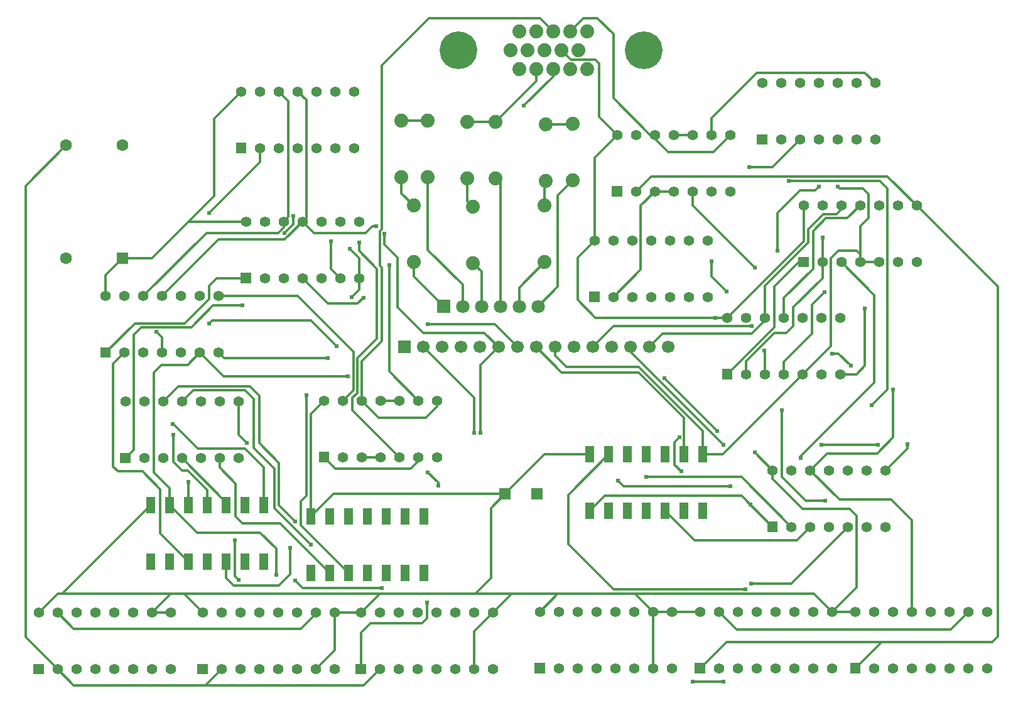
<source format=gtl>
G04 Layer: TopLayer*
G04 EasyEDA v6.4.25, 2021-12-08T18:14:58--6:00*
G04 69e83bd8f40a47abaefc3c1f755e5dbc,06444aca9169495d970130cf6b44ba93,10*
G04 Gerber Generator version 0.2*
G04 Scale: 100 percent, Rotated: No, Reflected: No *
G04 Dimensions in inches *
G04 leading zeros omitted , absolute positions ,3 integer and 6 decimal *
%FSLAX36Y36*%
%MOIN*%

%ADD10C,0.0118*%
%ADD11C,0.0240*%
%ADD12R,0.0477X0.0859*%
%ADD13C,0.0740*%
%ADD14C,0.2000*%
%ADD16C,0.0550*%
%ADD17R,0.0620X0.0620*%
%ADD19C,0.0669*%
%ADD20C,0.0709*%
%ADD22R,0.0630X0.0630*%
%ADD23C,0.0630*%

%LPD*%
D10*
X3422799Y-3560000D02*
G01*
X3505000Y-3477800D01*
X3505000Y-3105000D01*
X3580000Y-3030000D01*
X3580000Y-3030000D02*
G01*
X3505000Y-3030000D01*
X2685000Y-2245000D02*
G01*
X2684997Y-2245000D01*
X2548847Y-2108850D01*
X2026152Y-2108850D01*
X2010000Y-2125000D01*
X2060000Y-2280000D02*
G01*
X2090000Y-2310000D01*
X2640000Y-2310000D01*
X5440000Y-3955000D02*
G01*
X5580000Y-3815000D01*
X6165000Y-3815000D01*
X6195000Y-3785000D01*
X6195000Y-1930000D01*
X5765000Y-1500000D01*
X5545000Y-850000D02*
G01*
X5490000Y-795000D01*
X4915000Y-795000D01*
X4675000Y-1035000D01*
X4675000Y-1125000D01*
X4515000Y-2910000D02*
G01*
X4480000Y-2875000D01*
X4480000Y-2755000D01*
X4505000Y-2730000D01*
X2830000Y-1990000D02*
G01*
X2795000Y-2020000D01*
X2640000Y-2020000D01*
X2505000Y-1885000D01*
X3545000Y-2250000D02*
G01*
X3470000Y-2175000D01*
X3145000Y-2175000D01*
X3010000Y-2040000D01*
X3010000Y-1775000D01*
X2940000Y-1705000D01*
X2940000Y-1650000D01*
X3835000Y-575000D02*
G01*
X3765000Y-505000D01*
X3175000Y-505000D01*
X2925000Y-755000D01*
X2925000Y-1625000D01*
X2915000Y-1635000D01*
X2915000Y-1820000D01*
X2925000Y-1830000D01*
X2925000Y-2220000D01*
X2820000Y-2325000D01*
X2820000Y-2535000D01*
X4575000Y-4025000D02*
G01*
X4740000Y-4025000D01*
X5360000Y-2395000D02*
G01*
X5445000Y-2395000D01*
X5490000Y-2350000D01*
X5490000Y-2045000D01*
X2755000Y-1730000D02*
G01*
X2805000Y-1780000D01*
X2805000Y-1885000D01*
X2765000Y-1985000D02*
G01*
X2805000Y-1945000D01*
X2805000Y-1885000D01*
X4615000Y-3955000D02*
G01*
X4755000Y-3815000D01*
X5591768Y-3815000D01*
X5280000Y-3065000D02*
G01*
X5175000Y-3065000D01*
X5050000Y-2940000D01*
X5050000Y-2585000D01*
X5315000Y-2285000D02*
G01*
X5350000Y-2285000D01*
X5415000Y-2350000D01*
X5025000Y-1740000D02*
G01*
X5025000Y-1540000D01*
X5145000Y-1420000D01*
X5225000Y-1420000D01*
X5245000Y-1400000D01*
X5060000Y-2395000D02*
G01*
X5060000Y-2330000D01*
X5210000Y-2180000D01*
X5210000Y-2025000D01*
X5275000Y-1960000D01*
X4955000Y-2270000D02*
G01*
X4960000Y-2275000D01*
X4960000Y-2395000D01*
X5265000Y-1800000D02*
G01*
X5265000Y-1885000D01*
X5110000Y-2040000D01*
X5110000Y-2140000D01*
X5074399Y-2175599D01*
X5009399Y-2175599D01*
X4860000Y-2325000D01*
X4860000Y-2395000D01*
X4675000Y-1795000D02*
G01*
X4675000Y-1875000D01*
X4755000Y-1955000D01*
X4960000Y-2095000D02*
G01*
X4960000Y-2110000D01*
X4890000Y-2180000D01*
X4415000Y-2180000D01*
X4345000Y-2250000D01*
X5145000Y-1150000D02*
G01*
X5000000Y-1295000D01*
X4875000Y-1295000D01*
X5640000Y-2475000D02*
G01*
X5640000Y-2730000D01*
X5555000Y-2815000D01*
X5290000Y-2815000D01*
X5200000Y-2905000D01*
X4905000Y-2810000D02*
G01*
X5000000Y-2905000D01*
X4425000Y-2415000D02*
G01*
X4705000Y-2695000D01*
X5525000Y-2560000D02*
G01*
X5610000Y-2475000D01*
X5610000Y-1410000D01*
X5570000Y-1370000D01*
X5085000Y-1370000D01*
X5345000Y-1400000D02*
G01*
X5355000Y-1410000D01*
X5480000Y-1410000D01*
X5510000Y-1440000D01*
X5510000Y-1565000D01*
X5465000Y-1610000D01*
X5465000Y-1800000D01*
X4030000Y-3120000D02*
G01*
X4110000Y-3040000D01*
X4835000Y-3040000D01*
X5000000Y-3205000D01*
X5715000Y-2765000D02*
G01*
X5715000Y-2790000D01*
X5600000Y-2905000D01*
X4375000Y-1125000D02*
G01*
X4350000Y-1125000D01*
X4155000Y-930000D01*
X4155000Y-590000D01*
X4070000Y-505000D01*
X3995000Y-505000D01*
X3925000Y-575000D01*
X2815000Y-3960000D02*
G01*
X2815000Y-3765000D01*
X2865000Y-3715000D01*
X3140000Y-3715000D01*
X3165000Y-3690000D01*
X3165000Y-3605000D01*
X2465000Y-3490000D02*
G01*
X2505000Y-3530000D01*
X2925000Y-3530000D01*
X1765000Y-2540000D02*
G01*
X1845000Y-2460000D01*
X2225000Y-2460000D01*
X2275000Y-2510000D01*
X2275000Y-2760000D01*
X2380000Y-2865000D01*
X2380000Y-3090000D01*
X2465000Y-3175000D01*
X2550000Y-3300000D02*
G01*
X2355000Y-3105000D01*
X2355000Y-2895000D01*
X2245000Y-2785000D01*
X2245000Y-2525000D01*
X2200000Y-2480000D01*
X1925000Y-2480000D01*
X1865000Y-2540000D01*
X1820000Y-2715000D02*
G01*
X1820000Y-2860000D01*
X1865000Y-2905000D01*
X1895000Y-2905000D01*
X2000000Y-3010000D01*
X2000000Y-3090000D01*
X1815000Y-2655000D02*
G01*
X1860000Y-2700000D01*
X1950000Y-2790000D01*
X2200000Y-2790000D01*
X2300000Y-2890000D01*
X2300000Y-3090000D01*
X1960000Y-2280000D02*
G01*
X1895000Y-2345000D01*
X1755000Y-2345000D01*
X1715000Y-2385000D01*
X1715000Y-2915000D01*
X1800000Y-3000000D01*
X1800000Y-3090000D01*
X2805000Y-1695000D02*
G01*
X2805000Y-1740000D01*
X2900000Y-1835000D01*
X2900000Y-2205000D01*
X2795000Y-2310000D01*
X2795000Y-2495000D01*
X2770000Y-2520000D01*
X2770000Y-2585000D01*
X3020000Y-2835000D01*
X3450000Y-2705000D02*
G01*
X3450000Y-2345000D01*
X3545000Y-2250000D01*
X2750000Y-3450000D02*
G01*
X2495000Y-3195000D01*
X2495000Y-3070000D01*
X2525000Y-3040000D01*
X2525000Y-2655000D01*
X2525000Y-2505000D01*
X5160000Y-2395000D02*
G01*
X5310000Y-2245000D01*
X5310000Y-1780000D01*
X5350000Y-1740000D01*
X5445000Y-1740000D01*
X5462139Y-1757139D01*
X5465000Y-1757139D01*
X4760000Y-2395000D02*
G01*
X5010000Y-2145000D01*
X5010000Y-1930000D01*
X5140000Y-1800000D01*
X5165000Y-1800000D01*
X5265000Y-1670000D02*
G01*
X5265000Y-1800000D01*
X5465000Y-1500000D02*
G01*
X5398000Y-1566999D01*
X5283000Y-1566999D01*
X5215000Y-1635000D01*
X5215000Y-1835000D01*
X5060000Y-1990000D01*
X5060000Y-2095000D01*
X4960000Y-2095000D02*
G01*
X4960000Y-1925000D01*
X5190000Y-1695000D01*
X5190000Y-1625000D01*
X5269399Y-1545599D01*
X5339399Y-1545599D01*
X5365000Y-1520000D01*
X5365000Y-1500000D01*
X2410000Y-1645000D02*
G01*
X2455000Y-1600000D01*
X2455000Y-1555000D01*
X4575000Y-1425000D02*
G01*
X4575000Y-1500000D01*
X4905000Y-1830000D01*
X5260000Y-2770000D02*
G01*
X5560000Y-2770000D01*
X4130000Y-2820000D02*
G01*
X3915000Y-3035000D01*
X3915000Y-3295000D01*
X4155000Y-3535000D01*
X4855000Y-3535000D01*
X3170000Y-2915000D02*
G01*
X3225000Y-2970000D01*
X3225000Y-2985000D01*
X2145000Y-3275000D02*
G01*
X2145000Y-3465000D01*
X2165000Y-3485000D01*
X2100000Y-3390000D02*
G01*
X2100000Y-3475000D01*
X2140000Y-3515000D01*
X2380000Y-3515000D01*
X2440000Y-3455000D01*
X2440000Y-3315000D01*
X2820000Y-2835000D02*
G01*
X2920000Y-2835000D01*
X3415000Y-2705000D02*
G01*
X3415000Y-2520000D01*
X3145000Y-2250000D01*
X3170000Y-2130000D02*
G01*
X3525000Y-2130000D01*
X3645000Y-2250000D01*
X2655000Y-1690000D02*
G01*
X2655000Y-1835000D01*
X2705000Y-1885000D01*
X4045000Y-2250000D02*
G01*
X4155000Y-2140000D01*
X4890000Y-2140000D01*
X5150000Y-2840000D02*
G01*
X5150000Y-2830000D01*
X5540000Y-2440000D01*
X5540000Y-1975000D01*
X5365000Y-1800000D01*
X4245000Y-2250000D02*
G01*
X4245000Y-2275000D01*
X4740000Y-2770000D01*
X5315000Y-3655000D02*
G01*
X5445000Y-3525000D01*
X5445000Y-3145000D01*
X5410000Y-3110000D01*
X5160000Y-3110000D01*
X5000000Y-2950000D01*
X5000000Y-2905000D01*
X3515000Y-3660000D02*
G01*
X3415000Y-3760000D01*
X3415000Y-3960000D01*
X2815000Y-3660000D02*
G01*
X2675000Y-3660000D01*
X2575000Y-3960000D02*
G01*
X2675000Y-3860000D01*
X2675000Y-3660000D01*
X1730000Y-2170000D02*
G01*
X1760000Y-2200000D01*
X1760000Y-2280000D01*
X1565000Y-2840000D02*
G01*
X1610000Y-2795000D01*
X1610000Y-2185000D01*
X1650000Y-2145000D01*
X1915000Y-2145000D01*
X2030000Y-2030000D01*
X2185000Y-2030000D01*
X2210000Y-2760000D02*
G01*
X2165000Y-2715000D01*
X2165000Y-2540000D01*
X2650000Y-3450000D02*
G01*
X2385000Y-3185000D01*
X2185000Y-3185000D01*
X2150000Y-3150000D01*
X2150000Y-2975000D01*
X2065000Y-2890000D01*
X2065000Y-2840000D01*
X4885000Y-3505000D02*
G01*
X5100000Y-3505000D01*
X5400000Y-3205000D01*
X4180000Y-2960000D02*
G01*
X4210000Y-2990000D01*
X4775000Y-2990000D01*
X3745000Y-2250000D02*
G01*
X3880000Y-2385000D01*
X4290000Y-2385000D01*
X4530000Y-2625000D01*
X4530000Y-2820000D01*
X4630000Y-2820000D02*
G01*
X4630000Y-2695000D01*
X4290000Y-2355000D01*
X3905000Y-2355000D01*
X3845000Y-2295000D01*
X3845000Y-2250000D01*
X5100000Y-3205000D02*
G01*
X4835000Y-2940000D01*
X4830000Y-2940000D01*
X4330000Y-2940000D01*
X4430000Y-3120000D02*
G01*
X4585000Y-3275000D01*
X5130000Y-3275000D01*
X5200000Y-3205000D01*
X4630000Y-2820000D02*
G01*
X4735000Y-2820000D01*
X5160000Y-2395000D01*
X5465000Y-1800000D02*
G01*
X5565000Y-1800000D01*
X1760000Y-1980000D02*
G01*
X2060000Y-1680000D01*
X2410000Y-1680000D01*
X2505000Y-1585000D01*
X2895000Y-1610000D02*
G01*
X2875000Y-1610000D01*
X2840000Y-1645000D01*
X2565000Y-1645000D01*
X2505000Y-1585000D01*
X2060000Y-1980000D02*
G01*
X2480000Y-1980000D01*
X2775000Y-2275000D01*
X2775000Y-2480000D01*
X2720000Y-2535000D01*
X1460000Y-2280000D02*
G01*
X1615000Y-2125000D01*
X1880000Y-2125000D01*
X2010000Y-1995000D01*
X2010000Y-1925000D01*
X2050000Y-1885000D01*
X2205000Y-1885000D01*
X2965000Y-1815000D02*
G01*
X2965000Y-2380000D01*
X3120000Y-2535000D01*
X1960000Y-2280000D02*
G01*
X2085000Y-2405000D01*
X2745000Y-2405000D01*
X2920000Y-2535000D02*
G01*
X3020000Y-2535000D01*
X2620000Y-2835000D02*
G01*
X2680000Y-2895000D01*
X3080000Y-2895000D01*
X3120000Y-2855000D01*
X3120000Y-2835000D01*
X2620000Y-2535000D02*
G01*
X2550000Y-2605000D01*
X2550000Y-3150000D01*
X3580000Y-3030000D02*
G01*
X2670000Y-3030000D01*
X2550000Y-3150000D01*
X3580000Y-3030000D02*
G01*
X3790000Y-2820000D01*
X4030000Y-2820000D01*
X1900000Y-3390000D02*
G01*
X1750000Y-3240000D01*
X1750000Y-3005000D01*
X1655000Y-2910000D01*
X1525000Y-2910000D01*
X1500000Y-2885000D01*
X1500000Y-2340000D01*
X1560000Y-2280000D01*
X2365000Y-3460000D02*
G01*
X2365000Y-3320000D01*
X2280000Y-3235000D01*
X1945000Y-3235000D01*
X1800000Y-3090000D01*
X1900000Y-2965000D02*
G01*
X1900000Y-3090000D01*
X1865000Y-2840000D02*
G01*
X2100000Y-3075000D01*
X2100000Y-3090000D01*
X4575000Y-1125000D02*
G01*
X4475000Y-1125000D01*
X5165000Y-1500000D02*
G01*
X5165000Y-1690000D01*
X4760000Y-2095000D01*
X4475000Y-1425000D02*
G01*
X4375000Y-1425000D01*
X4155000Y-1985000D02*
G01*
X4300000Y-1840000D01*
X4300000Y-1500000D01*
X4375000Y-1425000D01*
X4055000Y-1685000D02*
G01*
X3965000Y-1775000D01*
X3965000Y-2000000D01*
X4060000Y-2095000D01*
X4760000Y-2095000D01*
X4055000Y-1685000D02*
G01*
X4055000Y-1245000D01*
X4175000Y-1125000D01*
X1975000Y-3660000D02*
G01*
X1875000Y-3560000D01*
X1854182Y-3560000D01*
X1700000Y-3090000D02*
G01*
X1230000Y-3560000D01*
X1209445Y-3560000D01*
X2280000Y-1195000D02*
G01*
X2280000Y-1270000D01*
X2010000Y-1540000D01*
X2380000Y-895000D02*
G01*
X2430000Y-945000D01*
X2430000Y-1560000D01*
X2405000Y-1585000D01*
X2480000Y-895000D02*
G01*
X2525000Y-940000D01*
X2525000Y-1565000D01*
X2505000Y-1585000D01*
X1660000Y-1980000D02*
G01*
X1995000Y-1645000D01*
X2375000Y-1645000D01*
X2405000Y-1615000D01*
X2405000Y-1585000D01*
X1550000Y-1780000D02*
G01*
X1460000Y-1870000D01*
X1460000Y-1980000D01*
X2205000Y-1585000D02*
G01*
X1902677Y-1585000D01*
X1550000Y-1780000D02*
G01*
X1705000Y-1780000D01*
X2035000Y-1450000D01*
X2035000Y-1040000D01*
X2180000Y-895000D01*
X2820000Y-2535000D02*
G01*
X2910000Y-2625000D01*
X3160000Y-2625000D01*
X3220000Y-2565000D01*
X3220000Y-2535000D01*
X4175000Y-1125000D02*
G01*
X4080000Y-1030000D01*
X4080000Y-744805D01*
X4060194Y-725000D01*
X3931000Y-725000D01*
X3881000Y-675000D01*
X3255000Y-2035000D02*
G01*
X3095000Y-1875000D01*
X3095000Y-1800000D01*
X3355000Y-2035000D02*
G01*
X3355000Y-1920000D01*
X3170000Y-1735000D01*
X3170000Y-1350000D01*
X3455000Y-2035000D02*
G01*
X3455000Y-1850000D01*
X3410000Y-1805000D01*
X3555000Y-2035000D02*
G01*
X3555000Y-1380000D01*
X3530000Y-1355000D01*
X3655000Y-2035000D02*
G01*
X3655000Y-1935000D01*
X3790000Y-1800000D01*
X3755000Y-2035000D02*
G01*
X3860000Y-1930000D01*
X3860000Y-1445000D01*
X3940000Y-1365000D01*
X3795000Y-1370000D02*
G01*
X3790000Y-1375000D01*
X3790000Y-1500000D01*
X3380000Y-1355000D02*
G01*
X3380000Y-1475000D01*
X3410000Y-1505000D01*
X3030000Y-1350000D02*
G01*
X3030000Y-1435000D01*
X3095000Y-1500000D01*
X3030000Y-1050000D02*
G01*
X3170000Y-1050000D01*
X3380000Y-1055000D02*
G01*
X3530000Y-1055000D01*
X3835000Y-775000D02*
G01*
X3835000Y-815000D01*
X3680000Y-970000D01*
X3745000Y-775000D02*
G01*
X3745000Y-840000D01*
X3530000Y-1055000D01*
X3940000Y-1065000D02*
G01*
X3935000Y-1070000D01*
X3795000Y-1070000D01*
X4775000Y-1125000D02*
G01*
X4685000Y-1215000D01*
X4445000Y-1215000D01*
X4375000Y-1145000D01*
X4375000Y-1125000D01*
X5765000Y-1500000D02*
G01*
X5610000Y-1345000D01*
X4355000Y-1345000D01*
X4275000Y-1425000D01*
X5740000Y-3655000D02*
G01*
X5740000Y-3170000D01*
X5630000Y-3060000D01*
X5355000Y-3060000D01*
X5200000Y-2905000D01*
X6040000Y-3655000D02*
G01*
X5945000Y-3750000D01*
X4810000Y-3750000D01*
X4715000Y-3655000D01*
X1805000Y-3660000D02*
G01*
X1705000Y-3660000D01*
X1205000Y-3660000D02*
G01*
X1290000Y-3745000D01*
X2495000Y-3745000D01*
X2575000Y-3665000D01*
X2575000Y-3660000D01*
X4365000Y-3655000D02*
G01*
X4270000Y-3560000D01*
X4245000Y-3560000D01*
X4465000Y-3655000D02*
G01*
X4615000Y-3655000D01*
X4365000Y-3955000D02*
G01*
X4365000Y-3655000D01*
X4365000Y-3655000D02*
G01*
X4465000Y-3655000D01*
X3765000Y-3655000D02*
G01*
X3860000Y-3560000D01*
X3902686Y-3560000D01*
X3515000Y-3660000D02*
G01*
X3615000Y-3560000D01*
X3660000Y-3560000D01*
X2815000Y-3660000D02*
G01*
X2915000Y-3560000D01*
X2955000Y-3560000D01*
X5315000Y-3655000D02*
G01*
X5440000Y-3655000D01*
X1105000Y-3660000D02*
G01*
X1205000Y-3560000D01*
X5220000Y-3560000D01*
X5315000Y-3655000D01*
X1705000Y-3660000D02*
G01*
X1805000Y-3560000D01*
X1855000Y-3560000D01*
X1205000Y-3960000D02*
G01*
X1290000Y-4045000D01*
X2818684Y-4045000D01*
X2915000Y-3960000D02*
G01*
X2830000Y-4045000D01*
X2778280Y-4045000D01*
X2075000Y-3960000D02*
G01*
X1990000Y-4045000D01*
X1952353Y-4045000D01*
X1250000Y-1180000D02*
G01*
X1035000Y-1395000D01*
X1035000Y-3790000D01*
X1205000Y-3960000D01*
D12*
G01*
X4030000Y-3120000D03*
G01*
X4130000Y-3120000D03*
G01*
X4230000Y-3120000D03*
G01*
X4330000Y-3120000D03*
G01*
X4430000Y-3120000D03*
G01*
X4530000Y-3120000D03*
G01*
X4630000Y-3120000D03*
G01*
X4630000Y-2820000D03*
G01*
X4530000Y-2820000D03*
G01*
X4430000Y-2820000D03*
G01*
X4330000Y-2820000D03*
G01*
X4230000Y-2820000D03*
G01*
X4130000Y-2820000D03*
G01*
X4030000Y-2820000D03*
D13*
G01*
X3700000Y-675000D03*
G01*
X3790000Y-675000D03*
G01*
X3881000Y-675000D03*
G01*
X3971000Y-675000D03*
G01*
X3655000Y-575000D03*
G01*
X3745000Y-575000D03*
G01*
X3835000Y-575000D03*
G01*
X3925000Y-575000D03*
D14*
G01*
X3333000Y-675000D03*
G01*
X4316999Y-675000D03*
D13*
G01*
X3610000Y-675000D03*
G01*
X4016000Y-575000D03*
G01*
X3655000Y-775000D03*
G01*
X3745000Y-775000D03*
G01*
X3835000Y-775000D03*
G01*
X3925000Y-775000D03*
G01*
X4016000Y-775000D03*
G36*
X4027500Y-1957500D02*
G01*
X4082500Y-1957500D01*
X4082500Y-2012500D01*
X4027500Y-2012500D01*
G37*
D16*
G01*
X4155000Y-1985000D03*
G01*
X4255000Y-1985000D03*
G01*
X4355000Y-1985000D03*
G01*
X4455000Y-1985000D03*
G01*
X4555000Y-1985000D03*
G01*
X4655000Y-1985000D03*
G01*
X4655000Y-1685000D03*
G01*
X4555000Y-1685000D03*
G01*
X4455000Y-1685000D03*
G01*
X4355000Y-1685000D03*
G01*
X4255000Y-1685000D03*
G01*
X4155000Y-1685000D03*
G01*
X4055000Y-1685000D03*
D13*
G01*
X3030000Y-1350000D03*
G01*
X3030000Y-1050000D03*
G01*
X3170000Y-1350000D03*
G01*
X3170000Y-1050000D03*
G01*
X3380000Y-1355000D03*
G01*
X3380000Y-1055000D03*
G01*
X3795000Y-1370000D03*
G01*
X3795000Y-1070000D03*
G01*
X3530000Y-1355000D03*
G01*
X3530000Y-1055000D03*
G01*
X3940000Y-1365000D03*
G01*
X3940000Y-1065000D03*
D17*
G01*
X3580000Y-3030000D03*
G01*
X3750000Y-3030000D03*
G36*
X3011540Y-2216540D02*
G01*
X3078459Y-2216540D01*
X3078459Y-2283460D01*
X3011540Y-2283460D01*
G37*
D19*
G01*
X3145000Y-2250000D03*
G01*
X3245000Y-2250000D03*
G01*
X3345000Y-2250000D03*
G01*
X3445000Y-2250000D03*
G01*
X3545000Y-2250000D03*
G01*
X3645000Y-2250000D03*
G01*
X3745000Y-2250000D03*
G01*
X3845000Y-2250000D03*
G01*
X3945000Y-2250000D03*
G01*
X4045000Y-2250000D03*
G01*
X4145000Y-2250000D03*
G01*
X4245000Y-2250000D03*
G01*
X4345000Y-2250000D03*
G01*
X4445000Y-2250000D03*
D20*
G01*
X3755000Y-2035000D03*
G01*
X3655000Y-2035000D03*
G01*
X3555000Y-2035000D03*
G01*
X3455000Y-2035000D03*
G01*
X3355000Y-2035000D03*
G36*
X3219566Y-1999567D02*
G01*
X3290433Y-1999567D01*
X3290433Y-2070432D01*
X3219566Y-2070432D01*
G37*
D13*
G01*
X3095000Y-1800000D03*
G01*
X3095000Y-1500000D03*
G01*
X3410000Y-1805000D03*
G01*
X3410000Y-1505000D03*
G01*
X3790000Y-1800000D03*
G01*
X3790000Y-1500000D03*
G36*
X1077500Y-3932500D02*
G01*
X1132500Y-3932500D01*
X1132500Y-3987500D01*
X1077500Y-3987500D01*
G37*
D16*
G01*
X1205000Y-3960000D03*
G01*
X1305000Y-3960000D03*
G01*
X1405000Y-3960000D03*
G01*
X1505000Y-3960000D03*
G01*
X1605000Y-3960000D03*
G01*
X1705000Y-3960000D03*
G01*
X1805000Y-3960000D03*
G01*
X1805000Y-3660000D03*
G01*
X1705000Y-3660000D03*
G01*
X1605000Y-3660000D03*
G01*
X1505000Y-3660000D03*
G01*
X1405000Y-3660000D03*
G01*
X1305000Y-3660000D03*
G01*
X1205000Y-3660000D03*
G01*
X1105000Y-3660000D03*
G36*
X1947500Y-3932500D02*
G01*
X2002500Y-3932500D01*
X2002500Y-3987500D01*
X1947500Y-3987500D01*
G37*
G01*
X2075000Y-3960000D03*
G01*
X2175000Y-3960000D03*
G01*
X2275000Y-3960000D03*
G01*
X2375000Y-3960000D03*
G01*
X2475000Y-3960000D03*
G01*
X2575000Y-3960000D03*
G01*
X2675000Y-3960000D03*
G01*
X2675000Y-3660000D03*
G01*
X2575000Y-3660000D03*
G01*
X2475000Y-3660000D03*
G01*
X2375000Y-3660000D03*
G01*
X2275000Y-3660000D03*
G01*
X2175000Y-3660000D03*
G01*
X2075000Y-3660000D03*
G01*
X1975000Y-3660000D03*
G36*
X2787500Y-3932500D02*
G01*
X2842500Y-3932500D01*
X2842500Y-3987500D01*
X2787500Y-3987500D01*
G37*
G01*
X2915000Y-3960000D03*
G01*
X3015000Y-3960000D03*
G01*
X3115000Y-3960000D03*
G01*
X3215000Y-3960000D03*
G01*
X3315000Y-3960000D03*
G01*
X3415000Y-3960000D03*
G01*
X3515000Y-3960000D03*
G01*
X3515000Y-3660000D03*
G01*
X3415000Y-3660000D03*
G01*
X3315000Y-3660000D03*
G01*
X3215000Y-3660000D03*
G01*
X3115000Y-3660000D03*
G01*
X3015000Y-3660000D03*
G01*
X2915000Y-3660000D03*
G01*
X2815000Y-3660000D03*
G36*
X3737500Y-3927500D02*
G01*
X3792500Y-3927500D01*
X3792500Y-3982500D01*
X3737500Y-3982500D01*
G37*
G01*
X3865000Y-3955000D03*
G01*
X3965000Y-3955000D03*
G01*
X4065000Y-3955000D03*
G01*
X4165000Y-3955000D03*
G01*
X4265000Y-3955000D03*
G01*
X4365000Y-3955000D03*
G01*
X4465000Y-3955000D03*
G01*
X4465000Y-3655000D03*
G01*
X4365000Y-3655000D03*
G01*
X4265000Y-3655000D03*
G01*
X4165000Y-3655000D03*
G01*
X4065000Y-3655000D03*
G01*
X3965000Y-3655000D03*
G01*
X3865000Y-3655000D03*
G01*
X3765000Y-3655000D03*
G36*
X4587500Y-3927500D02*
G01*
X4642500Y-3927500D01*
X4642500Y-3982500D01*
X4587500Y-3982500D01*
G37*
G01*
X4715000Y-3955000D03*
G01*
X4815000Y-3955000D03*
G01*
X4915000Y-3955000D03*
G01*
X5015000Y-3955000D03*
G01*
X5115000Y-3955000D03*
G01*
X5215000Y-3955000D03*
G01*
X5315000Y-3955000D03*
G01*
X5315000Y-3655000D03*
G01*
X5215000Y-3655000D03*
G01*
X5115000Y-3655000D03*
G01*
X5015000Y-3655000D03*
G01*
X4915000Y-3655000D03*
G01*
X4815000Y-3655000D03*
G01*
X4715000Y-3655000D03*
G01*
X4615000Y-3655000D03*
G36*
X5412500Y-3927500D02*
G01*
X5467500Y-3927500D01*
X5467500Y-3982500D01*
X5412500Y-3982500D01*
G37*
G01*
X5540000Y-3955000D03*
G01*
X5640000Y-3955000D03*
G01*
X5740000Y-3955000D03*
G01*
X5840000Y-3955000D03*
G01*
X5940000Y-3955000D03*
G01*
X6040000Y-3955000D03*
G01*
X6140000Y-3955000D03*
G01*
X6140000Y-3655000D03*
G01*
X6040000Y-3655000D03*
G01*
X5940000Y-3655000D03*
G01*
X5840000Y-3655000D03*
G01*
X5740000Y-3655000D03*
G01*
X5640000Y-3655000D03*
G01*
X5540000Y-3655000D03*
G01*
X5440000Y-3655000D03*
G36*
X1537500Y-2812500D02*
G01*
X1592500Y-2812500D01*
X1592500Y-2867500D01*
X1537500Y-2867500D01*
G37*
G01*
X1665000Y-2840000D03*
G01*
X1765000Y-2840000D03*
G01*
X1865000Y-2840000D03*
G01*
X1965000Y-2840000D03*
G01*
X2065000Y-2840000D03*
G01*
X2165000Y-2840000D03*
G01*
X2165000Y-2540000D03*
G01*
X2065000Y-2540000D03*
G01*
X1965000Y-2540000D03*
G01*
X1865000Y-2540000D03*
G01*
X1765000Y-2540000D03*
G01*
X1665000Y-2540000D03*
G01*
X1565000Y-2540000D03*
G36*
X1432500Y-2252500D02*
G01*
X1487500Y-2252500D01*
X1487500Y-2307500D01*
X1432500Y-2307500D01*
G37*
G01*
X1560000Y-2280000D03*
G01*
X1660000Y-2280000D03*
G01*
X1760000Y-2280000D03*
G01*
X1860000Y-2280000D03*
G01*
X1960000Y-2280000D03*
G01*
X2060000Y-2280000D03*
G01*
X2060000Y-1980000D03*
G01*
X1960000Y-1980000D03*
G01*
X1860000Y-1980000D03*
G01*
X1760000Y-1980000D03*
G01*
X1660000Y-1980000D03*
G01*
X1560000Y-1980000D03*
G01*
X1460000Y-1980000D03*
G36*
X2152500Y-1167500D02*
G01*
X2207500Y-1167500D01*
X2207500Y-1222500D01*
X2152500Y-1222500D01*
G37*
G01*
X2280000Y-1195000D03*
G01*
X2380000Y-1195000D03*
G01*
X2480000Y-1195000D03*
G01*
X2580000Y-1195000D03*
G01*
X2680000Y-1195000D03*
G01*
X2780000Y-1195000D03*
G01*
X2780000Y-895000D03*
G01*
X2680000Y-895000D03*
G01*
X2580000Y-895000D03*
G01*
X2480000Y-895000D03*
G01*
X2380000Y-895000D03*
G01*
X2280000Y-895000D03*
G01*
X2180000Y-895000D03*
G36*
X2177500Y-1857500D02*
G01*
X2232500Y-1857500D01*
X2232500Y-1912500D01*
X2177500Y-1912500D01*
G37*
G01*
X2305000Y-1885000D03*
G01*
X2405000Y-1885000D03*
G01*
X2505000Y-1885000D03*
G01*
X2605000Y-1885000D03*
G01*
X2705000Y-1885000D03*
G01*
X2805000Y-1885000D03*
G01*
X2805000Y-1585000D03*
G01*
X2705000Y-1585000D03*
G01*
X2605000Y-1585000D03*
G01*
X2505000Y-1585000D03*
G01*
X2405000Y-1585000D03*
G01*
X2305000Y-1585000D03*
G01*
X2205000Y-1585000D03*
G36*
X5137500Y-1772500D02*
G01*
X5192500Y-1772500D01*
X5192500Y-1827500D01*
X5137500Y-1827500D01*
G37*
G01*
X5265000Y-1800000D03*
G01*
X5365000Y-1800000D03*
G01*
X5465000Y-1800000D03*
G01*
X5565000Y-1800000D03*
G01*
X5665000Y-1800000D03*
G01*
X5765000Y-1800000D03*
G01*
X5765000Y-1500000D03*
G01*
X5665000Y-1500000D03*
G01*
X5565000Y-1500000D03*
G01*
X5465000Y-1500000D03*
G01*
X5365000Y-1500000D03*
G01*
X5265000Y-1500000D03*
G01*
X5165000Y-1500000D03*
G36*
X4972500Y-3177500D02*
G01*
X5027500Y-3177500D01*
X5027500Y-3232500D01*
X4972500Y-3232500D01*
G37*
G01*
X5100000Y-3205000D03*
G01*
X5200000Y-3205000D03*
G01*
X5300000Y-3205000D03*
G01*
X5400000Y-3205000D03*
G01*
X5500000Y-3205000D03*
G01*
X5600000Y-3205000D03*
G01*
X5600000Y-2905000D03*
G01*
X5500000Y-2905000D03*
G01*
X5400000Y-2905000D03*
G01*
X5300000Y-2905000D03*
G01*
X5200000Y-2905000D03*
G01*
X5100000Y-2905000D03*
G01*
X5000000Y-2905000D03*
G36*
X4917500Y-1122500D02*
G01*
X4972500Y-1122500D01*
X4972500Y-1177500D01*
X4917500Y-1177500D01*
G37*
G01*
X5045000Y-1150000D03*
G01*
X5145000Y-1150000D03*
G01*
X5245000Y-1150000D03*
G01*
X5345000Y-1150000D03*
G01*
X5445000Y-1150000D03*
G01*
X5545000Y-1150000D03*
G01*
X5545000Y-850000D03*
G01*
X5445000Y-850000D03*
G01*
X5345000Y-850000D03*
G01*
X5245000Y-850000D03*
G01*
X5145000Y-850000D03*
G01*
X5045000Y-850000D03*
G01*
X4945000Y-850000D03*
G36*
X4732500Y-2367500D02*
G01*
X4787500Y-2367500D01*
X4787500Y-2422500D01*
X4732500Y-2422500D01*
G37*
G01*
X4860000Y-2395000D03*
G01*
X4960000Y-2395000D03*
G01*
X5060000Y-2395000D03*
G01*
X5160000Y-2395000D03*
G01*
X5260000Y-2395000D03*
G01*
X5360000Y-2395000D03*
G01*
X5360000Y-2095000D03*
G01*
X5260000Y-2095000D03*
G01*
X5160000Y-2095000D03*
G01*
X5060000Y-2095000D03*
G01*
X4960000Y-2095000D03*
G01*
X4860000Y-2095000D03*
G01*
X4760000Y-2095000D03*
G36*
X2592500Y-2807500D02*
G01*
X2647500Y-2807500D01*
X2647500Y-2862500D01*
X2592500Y-2862500D01*
G37*
G01*
X2720000Y-2835000D03*
G01*
X2820000Y-2835000D03*
G01*
X2920000Y-2835000D03*
G01*
X3020000Y-2835000D03*
G01*
X3120000Y-2835000D03*
G01*
X3220000Y-2835000D03*
G01*
X3220000Y-2535000D03*
G01*
X3120000Y-2535000D03*
G01*
X3020000Y-2535000D03*
G01*
X2920000Y-2535000D03*
G01*
X2820000Y-2535000D03*
G01*
X2720000Y-2535000D03*
G01*
X2620000Y-2535000D03*
G36*
X4147500Y-1397500D02*
G01*
X4202500Y-1397500D01*
X4202500Y-1452500D01*
X4147500Y-1452500D01*
G37*
G01*
X4275000Y-1425000D03*
G01*
X4375000Y-1425000D03*
G01*
X4475000Y-1425000D03*
G01*
X4575000Y-1425000D03*
G01*
X4675000Y-1425000D03*
G01*
X4775000Y-1425000D03*
G01*
X4775000Y-1125000D03*
G01*
X4675000Y-1125000D03*
G01*
X4575000Y-1125000D03*
G01*
X4475000Y-1125000D03*
G01*
X4375000Y-1125000D03*
G01*
X4275000Y-1125000D03*
G01*
X4175000Y-1125000D03*
D22*
G01*
X1550000Y-1780000D03*
D23*
G01*
X1250000Y-1780000D03*
G01*
X1250000Y-1180000D03*
G01*
X1550000Y-1180000D03*
D12*
G01*
X2550000Y-3450000D03*
G01*
X2650000Y-3450000D03*
G01*
X2750000Y-3450000D03*
G01*
X2850000Y-3450000D03*
G01*
X2950000Y-3450000D03*
G01*
X3050000Y-3450000D03*
G01*
X3150000Y-3450000D03*
G01*
X3150000Y-3150000D03*
G01*
X3050000Y-3150000D03*
G01*
X2950000Y-3150000D03*
G01*
X2850000Y-3150000D03*
G01*
X2750000Y-3150000D03*
G01*
X2650000Y-3150000D03*
G01*
X2550000Y-3150000D03*
G01*
X1700000Y-3390000D03*
G01*
X1800000Y-3390000D03*
G01*
X1900000Y-3390000D03*
G01*
X2000000Y-3390000D03*
G01*
X2100000Y-3390000D03*
G01*
X2200000Y-3390000D03*
G01*
X2300000Y-3390000D03*
G01*
X2300000Y-3090000D03*
G01*
X2200000Y-3090000D03*
G01*
X2100000Y-3090000D03*
G01*
X2000000Y-3090000D03*
G01*
X1900000Y-3090000D03*
G01*
X1800000Y-3090000D03*
G01*
X1700000Y-3090000D03*
D11*
G01*
X3680000Y-970000D03*
G01*
X2010000Y-1540000D03*
G01*
X1900000Y-2965000D03*
G01*
X2365000Y-3460000D03*
G01*
X2745000Y-2405000D03*
G01*
X2965000Y-1815000D03*
G01*
X2685000Y-2245000D03*
G01*
X2010000Y-2125000D03*
G01*
X2185000Y-2030000D03*
G01*
X2830000Y-1990000D03*
G01*
X2940000Y-1650000D03*
G01*
X2895000Y-1610000D03*
G01*
X4330000Y-2940000D03*
G01*
X4515000Y-2910000D03*
G01*
X4505000Y-2730000D03*
G01*
X4180000Y-2960000D03*
G01*
X4775000Y-2990000D03*
G01*
X4885000Y-3505000D03*
G01*
X2210000Y-2760000D03*
G01*
X1730000Y-2170000D03*
G01*
X4740000Y-2770000D03*
G01*
X5150000Y-2840000D03*
G01*
X4890000Y-2140000D03*
G01*
X2655000Y-1690000D03*
G01*
X3170000Y-2130000D03*
G01*
X2440000Y-3315000D03*
G01*
X3415000Y-2705000D03*
G01*
X2145000Y-3275000D03*
G01*
X2165000Y-3485000D03*
G01*
X3170000Y-2915000D03*
G01*
X3225000Y-2985000D03*
G01*
X4855000Y-3535000D03*
G01*
X5260000Y-2770000D03*
G01*
X5560000Y-2770000D03*
G01*
X4905000Y-1830000D03*
G01*
X5345000Y-1400000D03*
G01*
X2410000Y-1645000D03*
G01*
X2455000Y-1555000D03*
G01*
X5265000Y-1670000D03*
G01*
X2525000Y-2505000D03*
G01*
X3450000Y-2705000D03*
G01*
X2805000Y-1695000D03*
G01*
X1815000Y-2660000D03*
G01*
X1820000Y-2715000D03*
G01*
X2550000Y-3300000D03*
G01*
X2465000Y-3175000D03*
G01*
X2465000Y-3490000D03*
G01*
X3165000Y-3605000D03*
G01*
X2925000Y-3530000D03*
G01*
X5715000Y-2765000D03*
G01*
X4882500Y-3087500D03*
G01*
X5525000Y-2560000D03*
G01*
X5085000Y-1370000D03*
G01*
X4696505Y-2095000D03*
G01*
X4425000Y-2415000D03*
G01*
X4905000Y-2810000D03*
G01*
X4705000Y-2695000D03*
G01*
X5640000Y-2475000D03*
G01*
X4875000Y-1295000D03*
G01*
X4675000Y-1795000D03*
G01*
X4755000Y-1955000D03*
G01*
X4955000Y-2270000D03*
G01*
X5275000Y-1960000D03*
G01*
X5025000Y-1740000D03*
G01*
X5245000Y-1400000D03*
G01*
X5315000Y-2285000D03*
G01*
X5415000Y-2350000D03*
G01*
X5280000Y-3065000D03*
G01*
X5050000Y-2585000D03*
G01*
X2640000Y-2310000D03*
G01*
X2765000Y-1985000D03*
G01*
X2755000Y-1730000D03*
G01*
X5490000Y-2045000D03*
G01*
X4575000Y-4025000D03*
G01*
X4740000Y-4025000D03*
M02*

</source>
